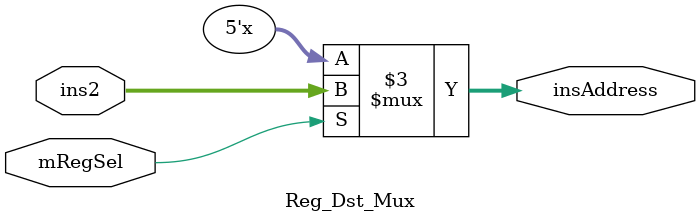
<source format=v>
module Reg_Dst_Mux(
	input [4:0]ins2,
	input mRegSel,
	output reg [4:0]insAddress
);

//2 - Declaracion de cables y registros

//3 - Cuerpo del modulo

//Bloque secuencial
always @*
begin
	case(mRegSel)
	1'b1:
		insAddress = ins2;
	default:
		insAddress = 5'bz;
	endcase
end

endmodule

</source>
